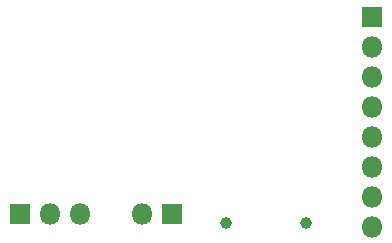
<source format=gbr>
%TF.GenerationSoftware,KiCad,Pcbnew,(5.1.6)-1*%
%TF.CreationDate,2021-07-30T23:56:05+08:00*%
%TF.ProjectId,wireless_measurement_ard,77697265-6c65-4737-935f-6d6561737572,rev?*%
%TF.SameCoordinates,Original*%
%TF.FileFunction,Soldermask,Bot*%
%TF.FilePolarity,Negative*%
%FSLAX46Y46*%
G04 Gerber Fmt 4.6, Leading zero omitted, Abs format (unit mm)*
G04 Created by KiCad (PCBNEW (5.1.6)-1) date 2021-07-30 23:56:05*
%MOMM*%
%LPD*%
G01*
G04 APERTURE LIST*
%ADD10C,1.000000*%
%ADD11O,1.800000X1.800000*%
%ADD12R,1.800000X1.800000*%
G04 APERTURE END LIST*
D10*
%TO.C,SW1*%
X169650000Y-94250000D03*
X162850000Y-94250000D03*
%TD*%
D11*
%TO.C,EFM8_Prog1*%
X150500000Y-93500000D03*
X147960000Y-93500000D03*
D12*
X145420000Y-93500000D03*
%TD*%
D11*
%TO.C,J1*%
X175250000Y-94530000D03*
X175250000Y-91990000D03*
X175250000Y-89450000D03*
X175250000Y-86910000D03*
X175250000Y-84370000D03*
X175250000Y-81830000D03*
X175250000Y-79290000D03*
D12*
X175250000Y-76750000D03*
%TD*%
D11*
%TO.C,Battery1*%
X155750000Y-93500000D03*
D12*
X158290000Y-93500000D03*
%TD*%
M02*

</source>
